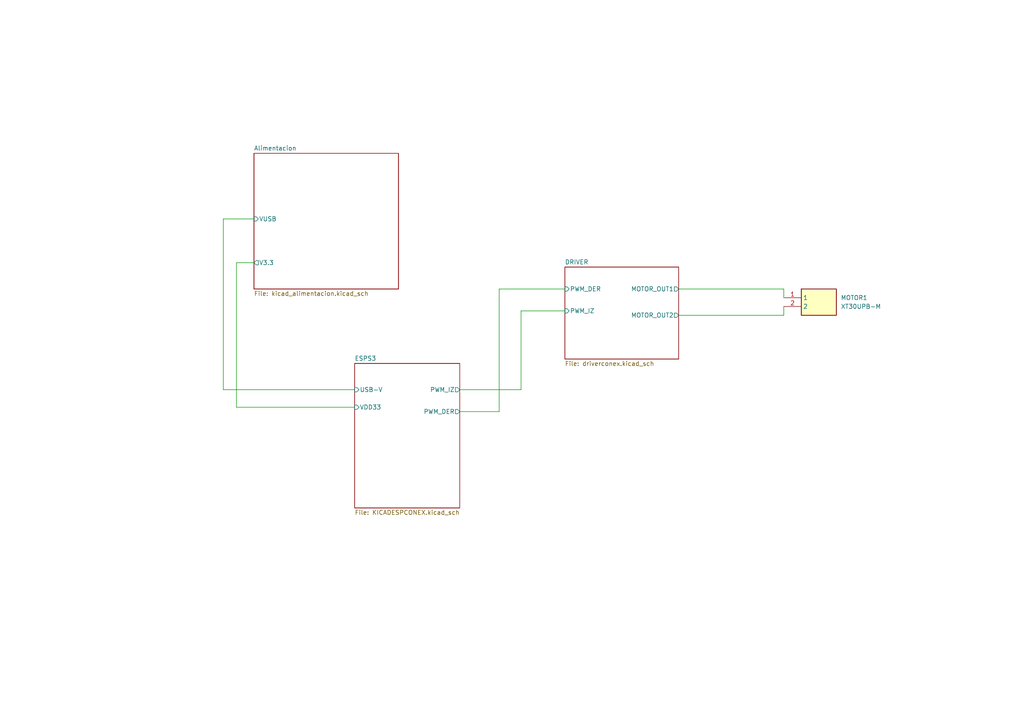
<source format=kicad_sch>
(kicad_sch
	(version 20250114)
	(generator "eeschema")
	(generator_version "9.0")
	(uuid "5662f43b-62c9-4990-b7b6-06a0388e062e")
	(paper "A4")
	(lib_symbols
		(symbol "SamacSys_Parts:XT30UPB-M"
			(exclude_from_sim no)
			(in_bom yes)
			(on_board yes)
			(property "Reference" "J"
				(at 16.51 7.62 0)
				(effects
					(font
						(size 1.27 1.27)
					)
					(justify left top)
				)
			)
			(property "Value" "XT30UPB-M"
				(at 16.51 5.08 0)
				(effects
					(font
						(size 1.27 1.27)
					)
					(justify left top)
				)
			)
			(property "Footprint" "SHDR2W160P0X500_1X2_1020X520X1070P"
				(at 16.51 -94.92 0)
				(effects
					(font
						(size 1.27 1.27)
					)
					(justify left top)
					(hide yes)
				)
			)
			(property "Datasheet" "https://www.tme.eu/Document/4acc913878197f8c2e30d4b8cdc47230/XT30UPB%20SPEC.pdf"
				(at 16.51 -194.92 0)
				(effects
					(font
						(size 1.27 1.27)
					)
					(justify left top)
					(hide yes)
				)
			)
			(property "Description" "Socket; DC supply; XT30; male; PIN: 2; on PCBs; THT; Colour: yellow"
				(at 0 0 0)
				(effects
					(font
						(size 1.27 1.27)
					)
					(hide yes)
				)
			)
			(property "Height" "10.7"
				(at 16.51 -394.92 0)
				(effects
					(font
						(size 1.27 1.27)
					)
					(justify left top)
					(hide yes)
				)
			)
			(property "Manufacturer_Name" "Amass"
				(at 16.51 -494.92 0)
				(effects
					(font
						(size 1.27 1.27)
					)
					(justify left top)
					(hide yes)
				)
			)
			(property "Manufacturer_Part_Number" "XT30UPB-M"
				(at 16.51 -594.92 0)
				(effects
					(font
						(size 1.27 1.27)
					)
					(justify left top)
					(hide yes)
				)
			)
			(property "Mouser Part Number" ""
				(at 16.51 -694.92 0)
				(effects
					(font
						(size 1.27 1.27)
					)
					(justify left top)
					(hide yes)
				)
			)
			(property "Mouser Price/Stock" ""
				(at 16.51 -794.92 0)
				(effects
					(font
						(size 1.27 1.27)
					)
					(justify left top)
					(hide yes)
				)
			)
			(property "Arrow Part Number" ""
				(at 16.51 -894.92 0)
				(effects
					(font
						(size 1.27 1.27)
					)
					(justify left top)
					(hide yes)
				)
			)
			(property "Arrow Price/Stock" ""
				(at 16.51 -994.92 0)
				(effects
					(font
						(size 1.27 1.27)
					)
					(justify left top)
					(hide yes)
				)
			)
			(symbol "XT30UPB-M_1_1"
				(rectangle
					(start 5.08 2.54)
					(end 15.24 -5.08)
					(stroke
						(width 0.254)
						(type default)
					)
					(fill
						(type background)
					)
				)
				(pin passive line
					(at 0 0 0)
					(length 5.08)
					(name "1"
						(effects
							(font
								(size 1.27 1.27)
							)
						)
					)
					(number "1"
						(effects
							(font
								(size 1.27 1.27)
							)
						)
					)
				)
				(pin passive line
					(at 0 -2.54 0)
					(length 5.08)
					(name "2"
						(effects
							(font
								(size 1.27 1.27)
							)
						)
					)
					(number "2"
						(effects
							(font
								(size 1.27 1.27)
							)
						)
					)
				)
			)
			(embedded_fonts no)
		)
	)
	(wire
		(pts
			(xy 227.33 91.44) (xy 196.85 91.44)
		)
		(stroke
			(width 0)
			(type default)
		)
		(uuid "3572c122-6c5c-4b75-a88b-6b39b63ee395")
	)
	(wire
		(pts
			(xy 151.13 113.03) (xy 151.13 90.17)
		)
		(stroke
			(width 0)
			(type default)
		)
		(uuid "366a58f7-644e-4ab8-9772-aa6f006674e7")
	)
	(wire
		(pts
			(xy 196.85 83.82) (xy 227.33 83.82)
		)
		(stroke
			(width 0)
			(type default)
		)
		(uuid "46e288e0-42fc-4082-9f26-d88af393fc6a")
	)
	(wire
		(pts
			(xy 144.78 83.82) (xy 163.83 83.82)
		)
		(stroke
			(width 0)
			(type default)
		)
		(uuid "4db5438f-f8cd-43a6-919a-fdbf37b8bbfa")
	)
	(wire
		(pts
			(xy 227.33 83.82) (xy 227.33 86.36)
		)
		(stroke
			(width 0)
			(type default)
		)
		(uuid "4f5bf8b9-d341-425b-afd2-fc82cb94b2f6")
	)
	(wire
		(pts
			(xy 64.77 63.5) (xy 73.66 63.5)
		)
		(stroke
			(width 0)
			(type default)
		)
		(uuid "50e8cf2d-33ac-4a82-9942-10a43c4c5cf5")
	)
	(wire
		(pts
			(xy 73.66 76.2) (xy 68.58 76.2)
		)
		(stroke
			(width 0)
			(type default)
		)
		(uuid "64e4bf00-0794-40ff-a6b0-5e3eeb67b5c9")
	)
	(wire
		(pts
			(xy 133.35 119.38) (xy 144.78 119.38)
		)
		(stroke
			(width 0)
			(type default)
		)
		(uuid "806b41d4-c1c3-4818-b729-0f4527eeb3c0")
	)
	(wire
		(pts
			(xy 144.78 119.38) (xy 144.78 83.82)
		)
		(stroke
			(width 0)
			(type default)
		)
		(uuid "8cb753bd-e594-49a0-a12e-6419303787ef")
	)
	(wire
		(pts
			(xy 64.77 113.03) (xy 64.77 63.5)
		)
		(stroke
			(width 0)
			(type default)
		)
		(uuid "a1fe9afe-bf4c-49ad-a96b-a31db34fcaae")
	)
	(wire
		(pts
			(xy 227.33 88.9) (xy 227.33 91.44)
		)
		(stroke
			(width 0)
			(type default)
		)
		(uuid "aaf9eb21-fb82-4756-8837-a58f65919990")
	)
	(wire
		(pts
			(xy 68.58 76.2) (xy 68.58 118.11)
		)
		(stroke
			(width 0)
			(type default)
		)
		(uuid "c2ea113f-aa34-4e6d-828e-769f1f0353ba")
	)
	(wire
		(pts
			(xy 102.87 113.03) (xy 64.77 113.03)
		)
		(stroke
			(width 0)
			(type default)
		)
		(uuid "ccdb0cf1-afaf-4a7b-a570-c3aa972d7b51")
	)
	(wire
		(pts
			(xy 151.13 90.17) (xy 163.83 90.17)
		)
		(stroke
			(width 0)
			(type default)
		)
		(uuid "ef745bd6-5a5a-430c-9664-02a0a21fe99a")
	)
	(wire
		(pts
			(xy 68.58 118.11) (xy 102.87 118.11)
		)
		(stroke
			(width 0)
			(type default)
		)
		(uuid "ef89ba39-ff0b-471d-8359-3ea2c71588cd")
	)
	(wire
		(pts
			(xy 133.35 113.03) (xy 151.13 113.03)
		)
		(stroke
			(width 0)
			(type default)
		)
		(uuid "f812cc0d-4a22-41c7-9369-2e0c22f17d89")
	)
	(symbol
		(lib_id "SamacSys_Parts:XT30UPB-M")
		(at 227.33 86.36 0)
		(unit 1)
		(exclude_from_sim no)
		(in_bom yes)
		(on_board yes)
		(dnp no)
		(fields_autoplaced yes)
		(uuid "fa9c3517-4243-40ba-bbb7-21e2f803174a")
		(property "Reference" "MOTOR1"
			(at 243.84 86.3599 0)
			(effects
				(font
					(size 1.27 1.27)
				)
				(justify left)
			)
		)
		(property "Value" "XT30UPB-M"
			(at 243.84 88.8999 0)
			(effects
				(font
					(size 1.27 1.27)
				)
				(justify left)
			)
		)
		(property "Footprint" "SamacSys_Parts:SHDR2W160P0X500_1X2_1020X520X1070P"
			(at 243.84 181.28 0)
			(effects
				(font
					(size 1.27 1.27)
				)
				(justify left top)
				(hide yes)
			)
		)
		(property "Datasheet" "https://www.tme.eu/Document/4acc913878197f8c2e30d4b8cdc47230/XT30UPB%20SPEC.pdf"
			(at 243.84 281.28 0)
			(effects
				(font
					(size 1.27 1.27)
				)
				(justify left top)
				(hide yes)
			)
		)
		(property "Description" "Socket; DC supply; XT30; male; PIN: 2; on PCBs; THT; Colour: yellow"
			(at 227.33 86.36 0)
			(effects
				(font
					(size 1.27 1.27)
				)
				(hide yes)
			)
		)
		(property "Height" "10.7"
			(at 243.84 481.28 0)
			(effects
				(font
					(size 1.27 1.27)
				)
				(justify left top)
				(hide yes)
			)
		)
		(property "Manufacturer_Name" "Amass"
			(at 243.84 581.28 0)
			(effects
				(font
					(size 1.27 1.27)
				)
				(justify left top)
				(hide yes)
			)
		)
		(property "Manufacturer_Part_Number" "XT30UPB-M"
			(at 243.84 681.28 0)
			(effects
				(font
					(size 1.27 1.27)
				)
				(justify left top)
				(hide yes)
			)
		)
		(property "Mouser Part Number" ""
			(at 243.84 781.28 0)
			(effects
				(font
					(size 1.27 1.27)
				)
				(justify left top)
				(hide yes)
			)
		)
		(property "Mouser Price/Stock" ""
			(at 243.84 881.28 0)
			(effects
				(font
					(size 1.27 1.27)
				)
				(justify left top)
				(hide yes)
			)
		)
		(property "Arrow Part Number" ""
			(at 243.84 981.28 0)
			(effects
				(font
					(size 1.27 1.27)
				)
				(justify left top)
				(hide yes)
			)
		)
		(property "Arrow Price/Stock" ""
			(at 243.84 1081.28 0)
			(effects
				(font
					(size 1.27 1.27)
				)
				(justify left top)
				(hide yes)
			)
		)
		(pin "2"
			(uuid "0abfc9b8-3884-4a70-9378-f173f8e9a5f6")
		)
		(pin "1"
			(uuid "26d1ea09-e576-4897-b6e2-db49d21d9a48")
		)
		(instances
			(project "PROYECT T"
				(path "/5662f43b-62c9-4990-b7b6-06a0388e062e"
					(reference "MOTOR1")
					(unit 1)
				)
			)
		)
	)
	(sheet
		(at 163.83 77.47)
		(size 33.02 26.67)
		(exclude_from_sim no)
		(in_bom yes)
		(on_board yes)
		(dnp no)
		(fields_autoplaced yes)
		(stroke
			(width 0.1524)
			(type solid)
		)
		(fill
			(color 0 0 0 0.0000)
		)
		(uuid "4f78361b-da38-4266-b17c-782c07029721")
		(property "Sheetname" "DRIVER"
			(at 163.83 76.7584 0)
			(effects
				(font
					(size 1.27 1.27)
				)
				(justify left bottom)
			)
		)
		(property "Sheetfile" "driverconex.kicad_sch"
			(at 163.83 104.7246 0)
			(effects
				(font
					(size 1.27 1.27)
				)
				(justify left top)
			)
		)
		(pin "MOTOR_OUT1" output
			(at 196.85 83.82 0)
			(uuid "aa4a14c3-cc97-4849-b089-bf4b0a8727e5")
			(effects
				(font
					(size 1.27 1.27)
				)
				(justify right)
			)
		)
		(pin "MOTOR_OUT2" output
			(at 196.85 91.44 0)
			(uuid "24d3705c-afd9-4e0a-a182-baf284f45a80")
			(effects
				(font
					(size 1.27 1.27)
				)
				(justify right)
			)
		)
		(pin "PWM_DER" input
			(at 163.83 83.82 180)
			(uuid "4fef30e0-b46a-48ad-b86a-2c0af0b28833")
			(effects
				(font
					(size 1.27 1.27)
				)
				(justify left)
			)
		)
		(pin "PWM_IZ" input
			(at 163.83 90.17 180)
			(uuid "085ca6f6-ebfd-4563-8de3-ed10cbd66b9a")
			(effects
				(font
					(size 1.27 1.27)
				)
				(justify left)
			)
		)
		(instances
			(project "PROYECT T"
				(path "/5662f43b-62c9-4990-b7b6-06a0388e062e"
					(page "3")
				)
			)
		)
	)
	(sheet
		(at 102.87 105.41)
		(size 30.48 41.91)
		(exclude_from_sim no)
		(in_bom yes)
		(on_board yes)
		(dnp no)
		(fields_autoplaced yes)
		(stroke
			(width 0.1524)
			(type solid)
		)
		(fill
			(color 0 0 0 0.0000)
		)
		(uuid "8154fc82-7ef3-41fc-84e2-8cabc371efcb")
		(property "Sheetname" "ESPS3"
			(at 102.87 104.6984 0)
			(effects
				(font
					(size 1.27 1.27)
				)
				(justify left bottom)
			)
		)
		(property "Sheetfile" "KICADESPCONEX.kicad_sch"
			(at 102.87 147.9046 0)
			(effects
				(font
					(size 1.27 1.27)
				)
				(justify left top)
			)
		)
		(pin "PWM_DER" output
			(at 133.35 119.38 0)
			(uuid "ce72da58-f8de-45b1-8ebd-50aa773b9a33")
			(effects
				(font
					(size 1.27 1.27)
				)
				(justify right)
			)
		)
		(pin "PWM_IZ" output
			(at 133.35 113.03 0)
			(uuid "b19084ee-5372-482d-84e6-a16edc31f0ef")
			(effects
				(font
					(size 1.27 1.27)
				)
				(justify right)
			)
		)
		(pin "USB-V" input
			(at 102.87 113.03 180)
			(uuid "0b19c2c4-42e8-4a5f-aa8e-cab217cd4c5d")
			(effects
				(font
					(size 1.27 1.27)
				)
				(justify left)
			)
		)
		(pin "VDD33" input
			(at 102.87 118.11 180)
			(uuid "e3059553-c2a4-4875-a14b-a99c44207b98")
			(effects
				(font
					(size 1.27 1.27)
				)
				(justify left)
			)
		)
		(instances
			(project "PROYECT T"
				(path "/5662f43b-62c9-4990-b7b6-06a0388e062e"
					(page "4")
				)
			)
		)
	)
	(sheet
		(at 73.66 44.45)
		(size 41.91 39.37)
		(exclude_from_sim no)
		(in_bom yes)
		(on_board yes)
		(dnp no)
		(fields_autoplaced yes)
		(stroke
			(width 0.1524)
			(type solid)
		)
		(fill
			(color 0 0 0 0.0000)
		)
		(uuid "a6349e84-f6cc-4554-8dba-153eaebcc8d8")
		(property "Sheetname" "Alimentacion"
			(at 73.66 43.7384 0)
			(effects
				(font
					(size 1.27 1.27)
				)
				(justify left bottom)
			)
		)
		(property "Sheetfile" "kicad_alimentacion.kicad_sch"
			(at 73.66 84.4046 0)
			(effects
				(font
					(size 1.27 1.27)
				)
				(justify left top)
			)
		)
		(pin "V3.3" output
			(at 73.66 76.2 180)
			(uuid "e88fbb8a-f7e1-4529-bf18-08c531d67926")
			(effects
				(font
					(size 1.27 1.27)
				)
				(justify left)
			)
		)
		(pin "VUSB" input
			(at 73.66 63.5 180)
			(uuid "842c8997-1b9c-4fa1-88a3-d07e459abf72")
			(effects
				(font
					(size 1.27 1.27)
				)
				(justify left)
			)
		)
		(instances
			(project "PROYECT T"
				(path "/5662f43b-62c9-4990-b7b6-06a0388e062e"
					(page "2")
				)
			)
		)
	)
	(sheet_instances
		(path "/"
			(page "1")
		)
	)
	(embedded_fonts no)
)

</source>
